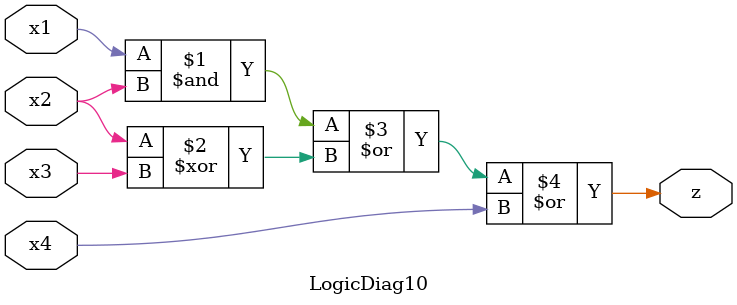
<source format=v>
module LogicDiag10(x1,x2,x3,x4,z);
  input x1,x2,x3,x4;
  output z;
 
 assign z=((x1 & x2) | (x2 ^ x3) | x4);
    
endmodule
</source>
